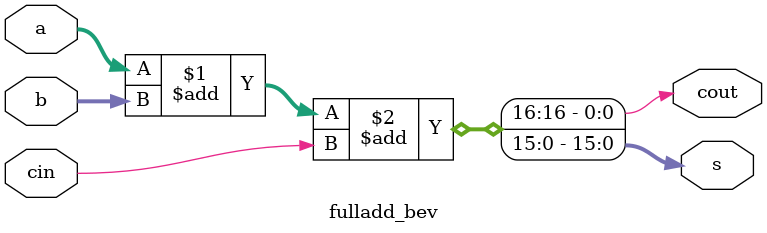
<source format=v>
module fulladd_bev(a, b, cin, cout, s);
parameter width = 16;
input [width-1:0]a, b;
input cin;
output cout;
output [width-1:0]s;

assign {cout, s} = a+b+cin;

endmodule

</source>
